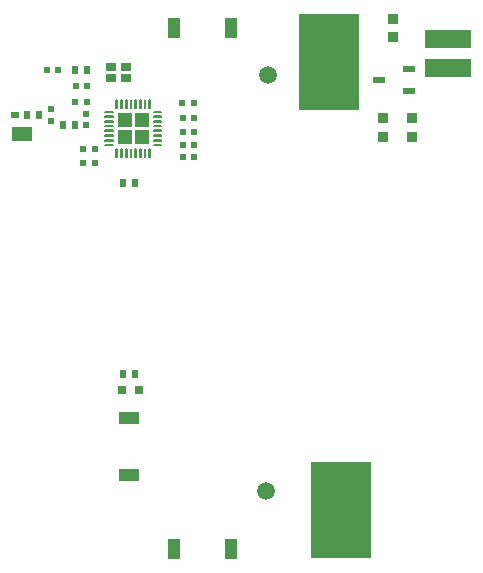
<source format=gbr>
G04 EAGLE Gerber RS-274X export*
G75*
%MOMM*%
%FSLAX34Y34*%
%LPD*%
%INSolderpaste Top*%
%IPPOS*%
%AMOC8*
5,1,8,0,0,1.08239X$1,22.5*%
G01*
G04 Define Apertures*
%ADD10R,0.560000X0.629100*%
%ADD11R,0.629100X0.560000*%
%ADD12R,0.970200X0.920900*%
%ADD13R,1.120200X0.589100*%
%ADD14R,0.535100X0.644000*%
%ADD15R,4.000000X1.500000*%
%ADD16R,0.800000X0.800000*%
%ADD17C,1.500000*%
%ADD18R,1.700000X1.300000*%
%ADD19R,0.650000X0.500000*%
%ADD20C,0.140000*%
%ADD21R,1.230000X1.230000*%
%ADD22R,0.875000X0.775000*%
%ADD23R,1.700000X1.000000*%
%ADD24R,1.000000X1.700000*%
%ADD25R,5.080000X8.130000*%
D10*
X-107986Y158450D03*
X-98294Y158450D03*
X-107603Y172270D03*
X-97911Y172270D03*
X-16896Y111840D03*
X-7204Y111840D03*
X-16896Y122000D03*
X-7204Y122000D03*
X-16896Y133430D03*
X-7204Y133430D03*
X-17166Y157910D03*
X-7474Y157910D03*
X-16896Y144860D03*
X-7204Y144860D03*
D11*
X-98330Y148516D03*
X-98330Y138824D03*
X-128270Y142824D03*
X-128270Y152516D03*
D12*
X177150Y129374D03*
X177150Y144866D03*
D10*
X-132086Y185690D03*
X-122394Y185690D03*
D12*
X161580Y229376D03*
X161580Y213884D03*
X152400Y129374D03*
X152400Y144866D03*
D10*
X-91154Y119000D03*
X-100846Y119000D03*
X-91154Y107000D03*
X-100846Y107000D03*
D13*
X175020Y167950D03*
X175020Y186950D03*
X149020Y177450D03*
D14*
X-118375Y139590D03*
X-108225Y139590D03*
D15*
X207820Y212010D03*
X207820Y187430D03*
D14*
X-57345Y90550D03*
X-67495Y90550D03*
X-148315Y147590D03*
X-138165Y147590D03*
X-97845Y185690D03*
X-107995Y185690D03*
D16*
X-53600Y-84800D03*
X-68600Y-84800D03*
D14*
X-57017Y-71267D03*
X-67167Y-71267D03*
D17*
X55650Y181820D03*
X53900Y-170900D03*
D18*
X-153289Y132011D03*
D19*
X-158489Y148011D03*
D20*
X-72390Y119100D02*
X-72390Y112500D01*
X-72990Y112500D01*
X-72990Y119100D01*
X-72390Y119100D01*
X-72390Y113830D02*
X-72990Y113830D01*
X-72990Y115160D02*
X-72390Y115160D01*
X-72390Y116490D02*
X-72990Y116490D01*
X-72990Y117820D02*
X-72390Y117820D01*
X-68390Y119100D02*
X-68390Y112500D01*
X-68990Y112500D01*
X-68990Y119100D01*
X-68390Y119100D01*
X-68390Y113830D02*
X-68990Y113830D01*
X-68990Y115160D02*
X-68390Y115160D01*
X-68390Y116490D02*
X-68990Y116490D01*
X-68990Y117820D02*
X-68390Y117820D01*
X-64390Y119100D02*
X-64390Y112500D01*
X-64990Y112500D01*
X-64990Y119100D01*
X-64390Y119100D01*
X-64390Y113830D02*
X-64990Y113830D01*
X-64990Y115160D02*
X-64390Y115160D01*
X-64390Y116490D02*
X-64990Y116490D01*
X-64990Y117820D02*
X-64390Y117820D01*
X-60390Y119100D02*
X-60390Y112500D01*
X-60990Y112500D01*
X-60990Y119100D01*
X-60390Y119100D01*
X-60390Y113830D02*
X-60990Y113830D01*
X-60990Y115160D02*
X-60390Y115160D01*
X-60390Y116490D02*
X-60990Y116490D01*
X-60990Y117820D02*
X-60390Y117820D01*
X-56390Y119100D02*
X-56390Y112500D01*
X-56990Y112500D01*
X-56990Y119100D01*
X-56390Y119100D01*
X-56390Y113830D02*
X-56990Y113830D01*
X-56990Y115160D02*
X-56390Y115160D01*
X-56390Y116490D02*
X-56990Y116490D01*
X-56990Y117820D02*
X-56390Y117820D01*
X-52390Y119100D02*
X-52390Y112500D01*
X-52990Y112500D01*
X-52990Y119100D01*
X-52390Y119100D01*
X-52390Y113830D02*
X-52990Y113830D01*
X-52990Y115160D02*
X-52390Y115160D01*
X-52390Y116490D02*
X-52990Y116490D01*
X-52990Y117820D02*
X-52390Y117820D01*
X-48390Y119100D02*
X-48390Y112500D01*
X-48990Y112500D01*
X-48990Y119100D01*
X-48390Y119100D01*
X-48390Y113830D02*
X-48990Y113830D01*
X-48990Y115160D02*
X-48390Y115160D01*
X-48390Y116490D02*
X-48990Y116490D01*
X-48990Y117820D02*
X-48390Y117820D01*
X-44390Y119100D02*
X-44390Y112500D01*
X-44990Y112500D01*
X-44990Y119100D01*
X-44390Y119100D01*
X-44390Y113830D02*
X-44990Y113830D01*
X-44990Y115160D02*
X-44390Y115160D01*
X-44390Y116490D02*
X-44990Y116490D01*
X-44990Y117820D02*
X-44390Y117820D01*
X-41470Y122620D02*
X-34870Y122620D01*
X-34870Y122020D01*
X-41470Y122020D01*
X-41470Y122620D01*
X-41470Y126620D02*
X-34870Y126620D01*
X-34870Y126020D01*
X-41470Y126020D01*
X-41470Y126620D01*
X-41470Y130620D02*
X-34870Y130620D01*
X-34870Y130020D01*
X-41470Y130020D01*
X-41470Y130620D01*
X-41470Y134620D02*
X-34870Y134620D01*
X-34870Y134020D01*
X-41470Y134020D01*
X-41470Y134620D01*
X-41470Y138620D02*
X-34870Y138620D01*
X-34870Y138020D01*
X-41470Y138020D01*
X-41470Y138620D01*
X-41470Y142620D02*
X-34870Y142620D01*
X-34870Y142020D01*
X-41470Y142020D01*
X-41470Y142620D01*
X-41470Y146620D02*
X-34870Y146620D01*
X-34870Y146020D01*
X-41470Y146020D01*
X-41470Y146620D01*
X-41470Y150620D02*
X-34870Y150620D01*
X-34870Y150020D01*
X-41470Y150020D01*
X-41470Y150620D01*
X-44390Y153540D02*
X-44390Y160140D01*
X-44390Y153540D02*
X-44990Y153540D01*
X-44990Y160140D01*
X-44390Y160140D01*
X-44390Y154870D02*
X-44990Y154870D01*
X-44990Y156200D02*
X-44390Y156200D01*
X-44390Y157530D02*
X-44990Y157530D01*
X-44990Y158860D02*
X-44390Y158860D01*
X-48390Y160140D02*
X-48390Y153540D01*
X-48990Y153540D01*
X-48990Y160140D01*
X-48390Y160140D01*
X-48390Y154870D02*
X-48990Y154870D01*
X-48990Y156200D02*
X-48390Y156200D01*
X-48390Y157530D02*
X-48990Y157530D01*
X-48990Y158860D02*
X-48390Y158860D01*
X-52390Y160140D02*
X-52390Y153540D01*
X-52990Y153540D01*
X-52990Y160140D01*
X-52390Y160140D01*
X-52390Y154870D02*
X-52990Y154870D01*
X-52990Y156200D02*
X-52390Y156200D01*
X-52390Y157530D02*
X-52990Y157530D01*
X-52990Y158860D02*
X-52390Y158860D01*
X-56390Y160140D02*
X-56390Y153540D01*
X-56990Y153540D01*
X-56990Y160140D01*
X-56390Y160140D01*
X-56390Y154870D02*
X-56990Y154870D01*
X-56990Y156200D02*
X-56390Y156200D01*
X-56390Y157530D02*
X-56990Y157530D01*
X-56990Y158860D02*
X-56390Y158860D01*
X-60390Y160140D02*
X-60390Y153540D01*
X-60990Y153540D01*
X-60990Y160140D01*
X-60390Y160140D01*
X-60390Y154870D02*
X-60990Y154870D01*
X-60990Y156200D02*
X-60390Y156200D01*
X-60390Y157530D02*
X-60990Y157530D01*
X-60990Y158860D02*
X-60390Y158860D01*
X-64390Y160140D02*
X-64390Y153540D01*
X-64990Y153540D01*
X-64990Y160140D01*
X-64390Y160140D01*
X-64390Y154870D02*
X-64990Y154870D01*
X-64990Y156200D02*
X-64390Y156200D01*
X-64390Y157530D02*
X-64990Y157530D01*
X-64990Y158860D02*
X-64390Y158860D01*
X-68390Y160140D02*
X-68390Y153540D01*
X-68990Y153540D01*
X-68990Y160140D01*
X-68390Y160140D01*
X-68390Y154870D02*
X-68990Y154870D01*
X-68990Y156200D02*
X-68390Y156200D01*
X-68390Y157530D02*
X-68990Y157530D01*
X-68990Y158860D02*
X-68390Y158860D01*
X-72390Y160140D02*
X-72390Y153540D01*
X-72990Y153540D01*
X-72990Y160140D01*
X-72390Y160140D01*
X-72390Y154870D02*
X-72990Y154870D01*
X-72990Y156200D02*
X-72390Y156200D01*
X-72390Y157530D02*
X-72990Y157530D01*
X-72990Y158860D02*
X-72390Y158860D01*
X-75910Y150620D02*
X-82510Y150620D01*
X-75910Y150620D02*
X-75910Y150020D01*
X-82510Y150020D01*
X-82510Y150620D01*
X-82510Y146620D02*
X-75910Y146620D01*
X-75910Y146020D01*
X-82510Y146020D01*
X-82510Y146620D01*
X-82510Y142620D02*
X-75910Y142620D01*
X-75910Y142020D01*
X-82510Y142020D01*
X-82510Y142620D01*
X-82510Y138620D02*
X-75910Y138620D01*
X-75910Y138020D01*
X-82510Y138020D01*
X-82510Y138620D01*
X-82510Y134620D02*
X-75910Y134620D01*
X-75910Y134020D01*
X-82510Y134020D01*
X-82510Y134620D01*
X-82510Y130620D02*
X-75910Y130620D01*
X-75910Y130020D01*
X-82510Y130020D01*
X-82510Y130620D01*
X-82510Y126620D02*
X-75910Y126620D01*
X-75910Y126020D01*
X-82510Y126020D01*
X-82510Y126620D01*
X-82510Y122620D02*
X-75910Y122620D01*
X-75910Y122020D01*
X-82510Y122020D01*
X-82510Y122620D01*
D21*
X-51540Y143470D03*
X-65840Y129170D03*
X-65840Y143470D03*
X-51540Y129170D03*
D22*
X-77389Y178968D03*
X-64649Y178968D03*
X-64649Y188708D03*
X-77389Y188708D03*
D23*
X-62220Y-157070D03*
X-62220Y-109070D03*
D24*
X-24000Y220980D03*
X24000Y220980D03*
X-24000Y-220000D03*
X24000Y-220000D03*
D25*
X107000Y193000D03*
X117000Y-187000D03*
M02*

</source>
